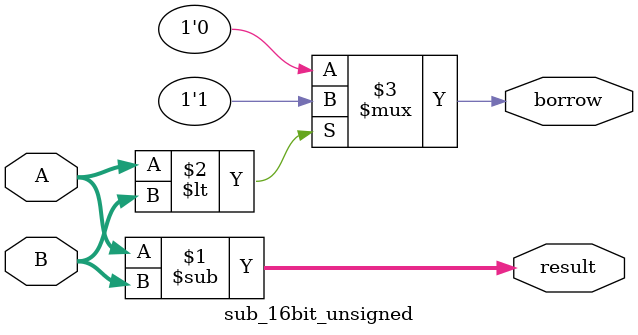
<source format=v>
module sub_16bit_unsigned (
    input  wire [15:0] A,       // Unsigned 16-bit minuend
    input  wire [15:0] B,       // Unsigned 16-bit subtrahend
    output wire [15:0] result,  // Result of A - B
    output wire        borrow   // Borrow-out flag
);

    // Perform unsigned subtraction
    assign result = A - B;

    // Borrow-out detection:
    // If A < B, then subtraction underflows → borrow = 1
    assign borrow = (A < B) ? 1'b1 : 1'b0;

endmodule
</source>
